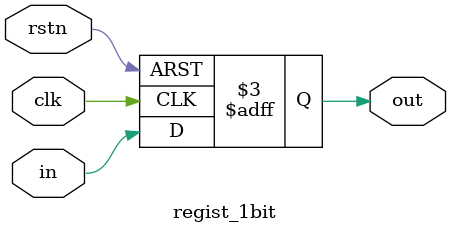
<source format=v>

module regist_1bit(
//-----input-----
  clk,
  rstn,
  in,
//-----output-----
  out
);

input clk;
input rstn;
input in;
output out;
reg out;

always@(posedge clk or negedge rstn)
begin
  if(!rstn)
    begin
      out<=1'b0;
    end
  else
    begin
      out<=in;
    end
end

endmodule
</source>
